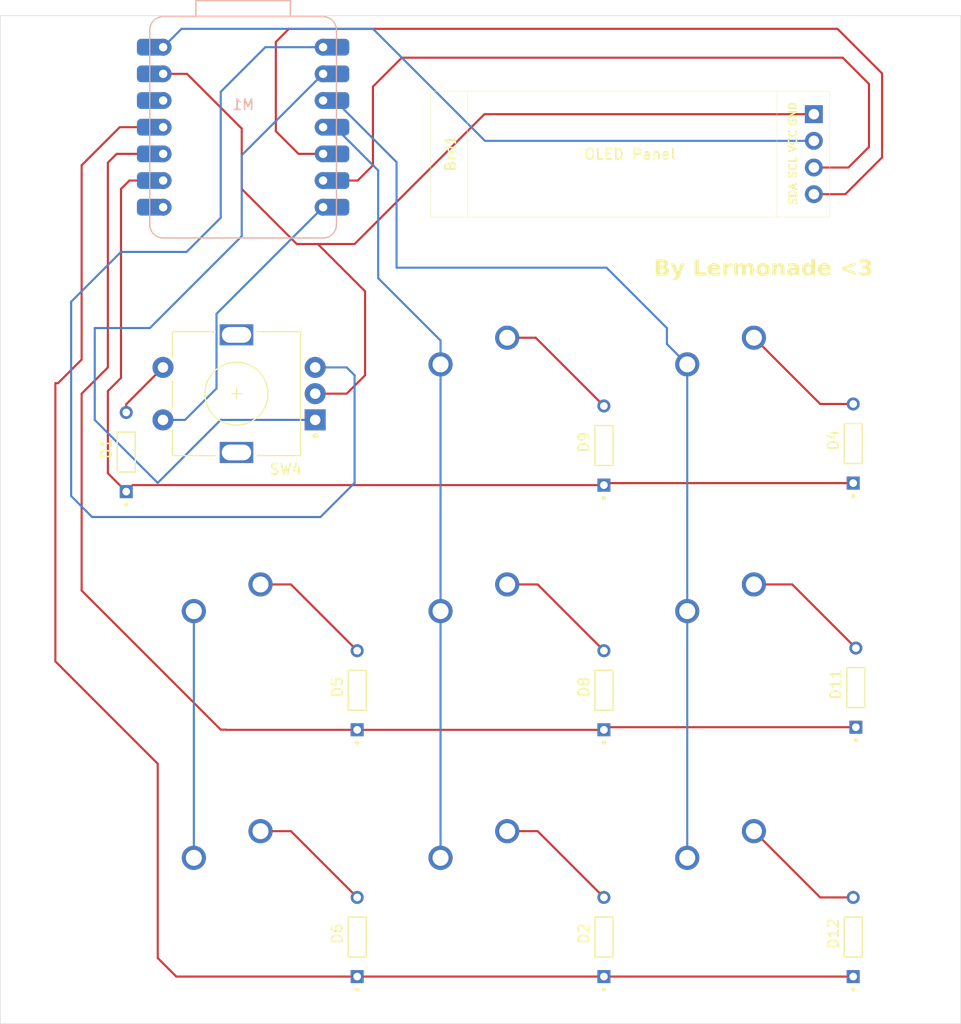
<source format=kicad_pcb>
(kicad_pcb (version 20240108) (generator "pcbnew") (generator_version "8.0")
  (layers (0 "F.Cu" signal) (31 "B.Cu" signal) (34 "B.Paste" user) (35 "F.Paste" user) (36 "B.SilkS" user "B.Silkscreen") (37 "F.SilkS" user "F.Silkscreen") (38 "B.Mask" user) (39 "F.Mask" user) (44 "Edge.Cuts" user))
  (net 0 "")
  (net 1 "Col1")
  (net 2 "GND")
  (net 3 "Row2")
  (net 5 "Col2")
  (net 6 "Col0")
  (net 7 "Row0")
  (net 8 "Row1")
  (net 9 "Encoder1")
  (net 10 "Encoder2")
  (net 11 "Net-(D6-A)")
  (net 12 "Net-(D9-A)")
  (net 13 "Net-(D8-A)")
  (net 14 "Net-(D2-A)")
  (net 15 "Net-(D11-A)")
  (net 16 "Net-(Brd1-SCL)")
  (net 17 "Net-(Brd1-SDA)")
  (net 18 "Net-(Brd1-VCC)")
  (net 19 "Net-(D5-A)")
  (net 20 "Net-(D1-A)")
  (net 21 "Net-(D4-A)")
  (net 22 "Net-(D12-A)")
  (footprint "CustomParts:1N4148" (layer "F.Cu") (at 110.75 82 90)
    (property "Reference" "D4" (at 0.3175 -1.905 90) (layer "F.SilkS"))
    (property "Value" "D")
    (fp_line (start 1.9025 -0.86) (end 1.9025 0.86) (stroke (width 0.127)) (layer "F.SilkS"))
    (fp_line (start -1.9025 -0.86) (end 1.9025 -0.86) (stroke (width 0.127)) (layer "F.SilkS"))
    (fp_line (start 1.9025 0.86) (end -1.9025 0.86) (stroke (width 0.127)) (layer "F.SilkS"))
    (fp_line (start -1.9025 0.86) (end -1.9025 -0.86) (stroke (width 0.127)) (layer "F.SilkS"))
    (fp_circle (center -5 0) (end -4.9 0) (stroke (width 0.2)) (fill none) (layer "F.SilkS"))
    (pad "1" thru_hole rect (at -3.7685 0 90) (size 1.238 1.238) (drill 0.73) (layers "*.Cu" "*.Mask") (net 7 "Row0"))
    (pad "2" thru_hole circle (at 3.7685 0 90) (size 1.238 1.238) (drill 0.73) (layers "*.Cu" "*.Mask") (net 21 "Net-(D4-A)"))
  )
  (footprint "CustomParts:MX-Solderable-1U" (layer "F.Cu") (at 51.75 100.5)
    (property "Reference" "SW1")
    (property "Value" "SW_Push_45deg")
    (pad "" np_thru_hole circle (at -5.08 0 48.099) (size 1.7018 1.7018) (drill 1.7018) (layers "F&B.Cu" "*.Mask"))
    (pad "" np_thru_hole circle (at 0 0) (size 3.9878 3.9878) (drill 3.9878) (layers "*.Cu" "*.Mask"))
    (pad "" np_thru_hole circle (at 5.08 0 48.099) (size 1.7018 1.7018) (drill 1.7018) (layers "F&B.Cu" "*.Mask"))
    (pad "1" thru_hole circle (at -3.81 -2.54) (size 2.3 2.3) (drill 1.524) (layers "*.Cu" "B.Mask") (net 6 "Col0"))
    (pad "2" thru_hole circle (at 2.54 -5.08) (size 2.3 2.3) (drill 1.524) (layers "*.Cu" "B.Mask") (net 19 "Net-(D5-A)"))
  )
  (footprint "CustomParts:MX-Solderable-1U" (layer "F.Cu") (at 75.25 100.5)
    (property "Reference" "SW6")
    (property "Value" "SW_Push_45deg")
    (pad "" np_thru_hole circle (at -5.08 0 48.099) (size 1.7018 1.7018) (drill 1.7018) (layers "F&B.Cu" "*.Mask"))
    (pad "" np_thru_hole circle (at 0 0) (size 3.9878 3.9878) (drill 3.9878) (layers "*.Cu" "*.Mask"))
    (pad "" np_thru_hole circle (at 5.08 0 48.099) (size 1.7018 1.7018) (drill 1.7018) (layers "F&B.Cu" "*.Mask"))
    (pad "1" thru_hole circle (at -3.81 -2.54) (size 2.3 2.3) (drill 1.524) (layers "*.Cu" "B.Mask") (net 1 "Col1"))
    (pad "2" thru_hole circle (at 2.54 -5.08) (size 2.3 2.3) (drill 1.524) (layers "*.Cu" "B.Mask") (net 13 "Net-(D8-A)"))
  )
  (footprint "CustomParts:MX-Solderable-1U" (layer "F.Cu") (at 98.75 77)
    (property "Reference" "SW9")
    (property "Value" "SW_Push_45deg")
    (pad "" np_thru_hole circle (at -5.08 0 48.099) (size 1.7018 1.7018) (drill 1.7018) (layers "F&B.Cu" "*.Mask"))
    (pad "" np_thru_hole circle (at 0 0) (size 3.9878 3.9878) (drill 3.9878) (layers "*.Cu" "*.Mask"))
    (pad "" np_thru_hole circle (at 5.08 0 48.099) (size 1.7018 1.7018) (drill 1.7018) (layers "F&B.Cu" "*.Mask"))
    (pad "1" thru_hole circle (at -3.81 -2.54) (size 2.3 2.3) (drill 1.524) (layers "*.Cu" "B.Mask") (net 5 "Col2"))
    (pad "2" thru_hole circle (at 2.54 -5.08) (size 2.3 2.3) (drill 1.524) (layers "*.Cu" "B.Mask") (net 21 "Net-(D4-A)"))
  )
  (footprint "Rotary_Encoder:RotaryEncoder_Alps_EC11E-Switch_Vertical_H20mm" (layer "F.Cu") (at 59.5 79.75 180)
    (property "Reference" "SW4" (at 2.8 -4.7 0) (layer "F.SilkS"))
    (property "Value" "RotaryEncoder_Switch")
    (fp_line (start 13.6 8.4) (end 9.5 8.4) (stroke (width 0.12)) (layer "F.SilkS"))
    (fp_line (start 13.6 6) (end 13.6 8.4) (stroke (width 0.12)) (layer "F.SilkS"))
    (fp_line (start 13.6 1.2) (end 13.6 3.8) (stroke (width 0.12)) (layer "F.SilkS"))
    (fp_line (start 13.6 -3.4) (end 13.6 -1) (stroke (width 0.12)) (layer "F.SilkS"))
    (fp_line (start 9.5 -3.4) (end 13.6 -3.4) (stroke (width 0.12)) (layer "F.SilkS"))
    (fp_line (start 7.5 2) (end 7.5 3) (stroke (width 0.12)) (layer "F.SilkS"))
    (fp_line (start 7 2.5) (end 8 2.5) (stroke (width 0.12)) (layer "F.SilkS"))
    (fp_line (start 5.5 8.4) (end 1.4 8.4) (stroke (width 0.12)) (layer "F.SilkS"))
    (fp_line (start 5.5 -3.4) (end 1.4 -3.4) (stroke (width 0.12)) (layer "F.SilkS"))
    (fp_line (start 1.4 -3.4) (end 1.4 8.4) (stroke (width 0.12)) (layer "F.SilkS"))
    (fp_line (start 0.3 -1.6) (end 0 -1.3) (stroke (width 0.12)) (layer "F.SilkS"))
    (fp_line (start 0 -1.3) (end -0.3 -1.6) (stroke (width 0.12)) (layer "F.SilkS"))
    (fp_line (start -0.3 -1.6) (end 0.3 -1.6) (stroke (width 0.12)) (layer "F.SilkS"))
    (fp_circle (center 7.5 2.5) (end 10.5 2.5) (stroke (width 0.12)) (fill none) (layer "F.SilkS"))
    (pad "A" thru_hole rect (at 0 0 180) (size 2 2) (drill 1) (layers "*.Cu" "*.Mask") (net 10 "Encoder2"))
    (pad "B" thru_hole circle (at 0 5 180) (size 2 2) (drill 1) (layers "*.Cu" "*.Mask") (net 9 "Encoder1"))
    (pad "C" thru_hole circle (at 0 2.5 180) (size 2 2) (drill 1) (layers "*.Cu" "*.Mask") (net 2 "GND"))
    (pad "MP" thru_hole rect (at 7.5 -3.1 180) (size 3.2 2) (drill oval 2.8 1.5) (layers "*.Cu" "*.Mask"))
    (pad "MP" thru_hole rect (at 7.5 8.1 180) (size 3.2 2) (drill oval 2.8 1.5) (layers "*.Cu" "*.Mask"))
    (pad "S1" thru_hole circle (at 14.5 5 180) (size 2 2) (drill 1) (layers "*.Cu" "*.Mask") (net 20 "Net-(D1-A)"))
    (pad "S2" thru_hole circle (at 14.5 0 180) (size 2 2) (drill 1) (layers "*.Cu" "*.Mask") (net 6 "Col0"))
  )
  (footprint "CustomParts:MX-Solderable-1U" (layer "F.Cu") (at 98.75 124)
    (property "Reference" "SW11")
    (property "Value" "SW_Push_45deg")
    (pad "" np_thru_hole circle (at -5.08 0 48.099) (size 1.7018 1.7018) (drill 1.7018) (layers "F&B.Cu" "*.Mask"))
    (pad "" np_thru_hole circle (at 0 0) (size 3.9878 3.9878) (drill 3.9878) (layers "*.Cu" "*.Mask"))
    (pad "" np_thru_hole circle (at 5.08 0 48.099) (size 1.7018 1.7018) (drill 1.7018) (layers "F&B.Cu" "*.Mask"))
    (pad "1" thru_hole circle (at -3.81 -2.54) (size 2.3 2.3) (drill 1.524) (layers "*.Cu" "B.Mask") (net 5 "Col2"))
    (pad "2" thru_hole circle (at 2.54 -5.08) (size 2.3 2.3) (drill 1.524) (layers "*.Cu" "B.Mask") (net 22 "Net-(D12-A)"))
  )
  (footprint "CustomParts:1N4148" (layer "F.Cu") (at 87 129 90)
    (property "Reference" "D2" (at 0.3175 -1.905 90) (layer "F.SilkS"))
    (property "Value" "D")
    (fp_line (start 1.9025 -0.86) (end 1.9025 0.86) (stroke (width 0.127)) (layer "F.SilkS"))
    (fp_line (start -1.9025 -0.86) (end 1.9025 -0.86) (stroke (width 0.127)) (layer "F.SilkS"))
    (fp_line (start 1.9025 0.86) (end -1.9025 0.86) (stroke (width 0.127)) (layer "F.SilkS"))
    (fp_line (start -1.9025 0.86) (end -1.9025 -0.86) (stroke (width 0.127)) (layer "F.SilkS"))
    (fp_circle (center -5 0) (end -4.9 0) (stroke (width 0.2)) (fill none) (layer "F.SilkS"))
    (pad "1" thru_hole rect (at -3.7685 0 90) (size 1.238 1.238) (drill 0.73) (layers "*.Cu" "*.Mask") (net 3 "Row2"))
    (pad "2" thru_hole circle (at 3.7685 0 90) (size 1.238 1.238) (drill 0.73) (layers "*.Cu" "*.Mask") (net 14 "Net-(D2-A)"))
  )
  (footprint "CustomParts:1N4148" (layer "F.Cu") (at 63.5 129 90)
    (property "Reference" "D6" (at 0.3175 -1.905 90) (layer "F.SilkS"))
    (property "Value" "D")
    (fp_line (start 1.9025 -0.86) (end 1.9025 0.86) (stroke (width 0.127)) (layer "F.SilkS"))
    (fp_line (start -1.9025 -0.86) (end 1.9025 -0.86) (stroke (width 0.127)) (layer "F.SilkS"))
    (fp_line (start 1.9025 0.86) (end -1.9025 0.86) (stroke (width 0.127)) (layer "F.SilkS"))
    (fp_line (start -1.9025 0.86) (end -1.9025 -0.86) (stroke (width 0.127)) (layer "F.SilkS"))
    (fp_circle (center -5 0) (end -4.9 0) (stroke (width 0.2)) (fill none) (layer "F.SilkS"))
    (pad "1" thru_hole rect (at -3.7685 0 90) (size 1.238 1.238) (drill 0.73) (layers "*.Cu" "*.Mask") (net 3 "Row2"))
    (pad "2" thru_hole circle (at 3.7685 0 90) (size 1.238 1.238) (drill 0.73) (layers "*.Cu" "*.Mask") (net 11 "Net-(D6-A)"))
  )
  (footprint "CustomParts:MX-Solderable-1U" (layer "F.Cu") (at 98.75 100.5)
    (property "Reference" "SW10")
    (property "Value" "SW_Push_45deg")
    (pad "" np_thru_hole circle (at -5.08 0 48.099) (size 1.7018 1.7018) (drill 1.7018) (layers "F&B.Cu" "*.Mask"))
    (pad "" np_thru_hole circle (at 0 0) (size 3.9878 3.9878) (drill 3.9878) (layers "*.Cu" "*.Mask"))
    (pad "" np_thru_hole circle (at 5.08 0 48.099) (size 1.7018 1.7018) (drill 1.7018) (layers "F&B.Cu" "*.Mask"))
    (pad "1" thru_hole circle (at -3.81 -2.54) (size 2.3 2.3) (drill 1.524) (layers "*.Cu" "B.Mask") (net 5 "Col2"))
    (pad "2" thru_hole circle (at 2.54 -5.08) (size 2.3 2.3) (drill 1.524) (layers "*.Cu" "B.Mask") (net 15 "Net-(D11-A)"))
  )
  (footprint "CustomParts:1N4148" (layer "F.Cu") (at 111 105.25 90)
    (property "Reference" "D11" (at 0.3175 -1.905 90) (layer "F.SilkS"))
    (property "Value" "D")
    (fp_line (start 1.9025 -0.86) (end 1.9025 0.86) (stroke (width 0.127)) (layer "F.SilkS"))
    (fp_line (start -1.9025 -0.86) (end 1.9025 -0.86) (stroke (width 0.127)) (layer "F.SilkS"))
    (fp_line (start 1.9025 0.86) (end -1.9025 0.86) (stroke (width 0.127)) (layer "F.SilkS"))
    (fp_line (start -1.9025 0.86) (end -1.9025 -0.86) (stroke (width 0.127)) (layer "F.SilkS"))
    (fp_circle (center -5 0) (end -4.9 0) (stroke (width 0.2)) (fill none) (layer "F.SilkS"))
    (pad "1" thru_hole rect (at -3.7685 0 90) (size 1.238 1.238) (drill 0.73) (layers "*.Cu" "*.Mask") (net 8 "Row1"))
    (pad "2" thru_hole circle (at 3.7685 0 90) (size 1.238 1.238) (drill 0.73) (layers "*.Cu" "*.Mask") (net 15 "Net-(D11-A)"))
  )
  (footprint "CustomParts:1N4148" (layer "F.Cu") (at 87 82.19 90)
    (property "Reference" "D9" (at 0.3175 -1.905 90) (layer "F.SilkS"))
    (property "Value" "D")
    (fp_line (start 1.9025 -0.86) (end 1.9025 0.86) (stroke (width 0.127)) (layer "F.SilkS"))
    (fp_line (start -1.9025 -0.86) (end 1.9025 -0.86) (stroke (width 0.127)) (layer "F.SilkS"))
    (fp_line (start 1.9025 0.86) (end -1.9025 0.86) (stroke (width 0.127)) (layer "F.SilkS"))
    (fp_line (start -1.9025 0.86) (end -1.9025 -0.86) (stroke (width 0.127)) (layer "F.SilkS"))
    (fp_circle (center -5 0) (end -4.9 0) (stroke (width 0.2)) (fill none) (layer "F.SilkS"))
    (pad "1" thru_hole rect (at -3.7685 0 90) (size 1.238 1.238) (drill 0.73) (layers "*.Cu" "*.Mask") (net 7 "Row0"))
    (pad "2" thru_hole circle (at 3.7685 0 90) (size 1.238 1.238) (drill 0.73) (layers "*.Cu" "*.Mask") (net 12 "Net-(D9-A)"))
  )
  (footprint "CustomParts:1N4148" (layer "F.Cu") (at 110.75 129 90)
    (property "Reference" "D12" (at 0.3175 -1.905 90) (layer "F.SilkS"))
    (property "Value" "D")
    (fp_line (start 1.9025 -0.86) (end 1.9025 0.86) (stroke (width 0.127)) (layer "F.SilkS"))
    (fp_line (start -1.9025 -0.86) (end 1.9025 -0.86) (stroke (width 0.127)) (layer "F.SilkS"))
    (fp_line (start 1.9025 0.86) (end -1.9025 0.86) (stroke (width 0.127)) (layer "F.SilkS"))
    (fp_line (start -1.9025 0.86) (end -1.9025 -0.86) (stroke (width 0.127)) (layer "F.SilkS"))
    (fp_circle (center -5 0) (end -4.9 0) (stroke (width 0.2)) (fill none) (layer "F.SilkS"))
    (pad "1" thru_hole rect (at -3.7685 0 90) (size 1.238 1.238) (drill 0.73) (layers "*.Cu" "*.Mask") (net 3 "Row2"))
    (pad "2" thru_hole circle (at 3.7685 0 90) (size 1.238 1.238) (drill 0.73) (layers "*.Cu" "*.Mask") (net 22 "Net-(D12-A)"))
  )
  (footprint "CustomParts:1N4148" (layer "F.Cu") (at 41.5 82.81 90)
    (property "Reference" "D1" (at 0.3175 -1.905 90) (layer "F.SilkS"))
    (property "Value" "D")
    (fp_line (start 1.9025 -0.86) (end 1.9025 0.86) (stroke (width 0.127)) (layer "F.SilkS"))
    (fp_line (start -1.9025 -0.86) (end 1.9025 -0.86) (stroke (width 0.127)) (layer "F.SilkS"))
    (fp_line (start 1.9025 0.86) (end -1.9025 0.86) (stroke (width 0.127)) (layer "F.SilkS"))
    (fp_line (start -1.9025 0.86) (end -1.9025 -0.86) (stroke (width 0.127)) (layer "F.SilkS"))
    (fp_circle (center -5 0) (end -4.9 0) (stroke (width 0.2)) (fill none) (layer "F.SilkS"))
    (pad "1" thru_hole rect (at -3.7685 0 90) (size 1.238 1.238) (drill 0.73) (layers "*.Cu" "*.Mask") (net 7 "Row0"))
    (pad "2" thru_hole circle (at 3.7685 0 90) (size 1.238 1.238) (drill 0.73) (layers "*.Cu" "*.Mask") (net 20 "Net-(D1-A)"))
  )
  (footprint "CustomParts:MX-Solderable-1U" (layer "F.Cu") (at 75.25 124)
    (property "Reference" "SW7")
    (property "Value" "SW_Push_45deg")
    (pad "" np_thru_hole circle (at -5.08 0 48.099) (size 1.7018 1.7018) (drill 1.7018) (layers "F&B.Cu" "*.Mask"))
    (pad "" np_thru_hole circle (at 0 0) (size 3.9878 3.9878) (drill 3.9878) (layers "*.Cu" "*.Mask"))
    (pad "" np_thru_hole circle (at 5.08 0 48.099) (size 1.7018 1.7018) (drill 1.7018) (layers "F&B.Cu" "*.Mask"))
    (pad "1" thru_hole circle (at -3.81 -2.54) (size 2.3 2.3) (drill 1.524) (layers "*.Cu" "B.Mask") (net 1 "Col1"))
    (pad "2" thru_hole circle (at 2.54 -5.08) (size 2.3 2.3) (drill 1.524) (layers "*.Cu" "B.Mask") (net 14 "Net-(D2-A)"))
  )
  (footprint "CustomParts:1N4148" (layer "F.Cu") (at 63.5 105.5 90)
    (property "Reference" "D5" (at 0.3175 -1.905 90) (layer "F.SilkS"))
    (property "Value" "D")
    (fp_line (start 1.9025 -0.86) (end 1.9025 0.86) (stroke (width 0.127)) (layer "F.SilkS"))
    (fp_line (start -1.9025 -0.86) (end 1.9025 -0.86) (stroke (width 0.127)) (layer "F.SilkS"))
    (fp_line (start 1.9025 0.86) (end -1.9025 0.86) (stroke (width 0.127)) (layer "F.SilkS"))
    (fp_line (start -1.9025 0.86) (end -1.9025 -0.86) (stroke (width 0.127)) (layer "F.SilkS"))
    (fp_circle (center -5 0) (end -4.9 0) (stroke (width 0.2)) (fill none) (layer "F.SilkS"))
    (pad "1" thru_hole rect (at -3.7685 0 90) (size 1.238 1.238) (drill 0.73) (layers "*.Cu" "*.Mask") (net 8 "Row1"))
    (pad "2" thru_hole circle (at 3.7685 0 90) (size 1.238 1.238) (drill 0.73) (layers "*.Cu" "*.Mask") (net 19 "Net-(D5-A)"))
  )
  (footprint "CustomParts:SSD1306-0.91-OLED-4pin-128x32" (layer "F.Cu") (at 70.5 48.44)
    (property "Reference" "Brd1" (at 1.9 5.91 90) (layer "F.SilkS"))
    (property "Value" "SSD1306")
    (fp_line (start 0 0) (end 0 12) (stroke (width 0.04)) (layer "F.SilkS"))
    (fp_line (start 0 12) (end 38 12) (stroke (width 0.04)) (layer "F.SilkS"))
    (fp_line (start 3.5 0) (end 3.5 12) (stroke (width 0.04)) (layer "F.SilkS"))
    (fp_line (start 33 0) (end 33 12) (stroke (width 0.04)) (layer "F.SilkS"))
    (fp_line (start 38 0) (end 0 0) (stroke (width 0.04)) (layer "F.SilkS"))
    (fp_line (start 38 12) (end 38 0) (stroke (width 0.04)) (layer "F.SilkS"))
    (fp_text user "GND" (at 34.5 2.19 -90) (layer "F.SilkS") (effects (font (size 0.75 0.75))))
    (fp_text user "SCL" (at 34.5 7.27 -90) (layer "F.SilkS") (effects (font (size 0.75 0.75))))
    (fp_text user "VCC" (at 34.5 4.73 -90) (layer "F.SilkS") (effects (font (size 0.75 0.75))))
    (fp_text user "OLED Panel" (at 19 6 0) (layer "F.SilkS"))
    (fp_text user "SDA" (at 34.5 9.81 -90) (layer "F.SilkS") (effects (font (size 0.75 0.75))))
    (pad "1" thru_hole rect (at 36.5 2.19) (size 1.7 1.7) (drill 1) (layers "*.Cu" "*.Mask") (net 2 "GND"))
    (pad "2" thru_hole oval (at 36.5 4.73) (size 1.7 1.7) (drill 1) (layers "*.Cu" "*.Mask") (net 18 "Net-(Brd1-VCC)"))
    (pad "3" thru_hole oval (at 36.5 7.27) (size 1.7 1.7) (drill 1) (layers "*.Cu" "*.Mask") (net 16 "Net-(Brd1-SCL)"))
    (pad "4" thru_hole oval (at 36.5 9.81) (size 1.7 1.7) (drill 1) (layers "*.Cu" "*.Mask") (net 17 "Net-(Brd1-SDA)"))
  )
  (footprint "CustomParts:1N4148" (layer "F.Cu") (at 87 105.5 90)
    (property "Reference" "D8" (at 0.3175 -1.905 90) (layer "F.SilkS"))
    (property "Value" "D")
    (fp_line (start 1.9025 -0.86) (end 1.9025 0.86) (stroke (width 0.127)) (layer "F.SilkS"))
    (fp_line (start -1.9025 -0.86) (end 1.9025 -0.86) (stroke (width 0.127)) (layer "F.SilkS"))
    (fp_line (start 1.9025 0.86) (end -1.9025 0.86) (stroke (width 0.127)) (layer "F.SilkS"))
    (fp_line (start -1.9025 0.86) (end -1.9025 -0.86) (stroke (width 0.127)) (layer "F.SilkS"))
    (fp_circle (center -5 0) (end -4.9 0) (stroke (width 0.2)) (fill none) (layer "F.SilkS"))
    (pad "1" thru_hole rect (at -3.7685 0 90) (size 1.238 1.238) (drill 0.73) (layers "*.Cu" "*.Mask") (net 8 "Row1"))
    (pad "2" thru_hole circle (at 3.7685 0 90) (size 1.238 1.238) (drill 0.73) (layers "*.Cu" "*.Mask") (net 13 "Net-(D8-A)"))
  )
  (footprint "CustomParts:MX-Solderable-1U" (layer "F.Cu") (at 51.75 124)
    (property "Reference" "SW2")
    (property "Value" "SW_Push_45deg")
    (pad "" np_thru_hole circle (at -5.08 0 48.099) (size 1.7018 1.7018) (drill 1.7018) (layers "F&B.Cu" "*.Mask"))
    (pad "" np_thru_hole circle (at 0 0) (size 3.9878 3.9878) (drill 3.9878) (layers "*.Cu" "*.Mask"))
    (pad "" np_thru_hole circle (at 5.08 0 48.099) (size 1.7018 1.7018) (drill 1.7018) (layers "F&B.Cu" "*.Mask"))
    (pad "1" thru_hole circle (at -3.81 -2.54) (size 2.3 2.3) (drill 1.524) (layers "*.Cu" "B.Mask") (net 6 "Col0"))
    (pad "2" thru_hole circle (at 2.54 -5.08) (size 2.3 2.3) (drill 1.524) (layers "*.Cu" "B.Mask") (net 11 "Net-(D6-A)"))
  )
  (footprint "CustomParts:MX-Solderable-1U" (layer "F.Cu") (at 75.25 77)
    (property "Reference" "SW5")
    (property "Value" "SW_Push_45deg")
    (pad "" np_thru_hole circle (at -5.08 0 48.099) (size 1.7018 1.7018) (drill 1.7018) (layers "F&B.Cu" "*.Mask"))
    (pad "" np_thru_hole circle (at 0 0) (size 3.9878 3.9878) (drill 3.9878) (layers "*.Cu" "*.Mask"))
    (pad "" np_thru_hole circle (at 5.08 0 48.099) (size 1.7018 1.7018) (drill 1.7018) (layers "F&B.Cu" "*.Mask"))
    (pad "1" thru_hole circle (at -3.81 -2.54) (size 2.3 2.3) (drill 1.524) (layers "*.Cu" "B.Mask") (net 1 "Col1"))
    (pad "2" thru_hole circle (at 2.54 -5.08) (size 2.3 2.3) (drill 1.524) (layers "*.Cu" "B.Mask") (net 12 "Net-(D9-A)"))
  )
  (footprint "CustomParts:XIAO-RP2040" (layer "B.Cu") (at 61.5225 62.421 180)
    (property "Reference" "M1" (at 8.89 12.7 0) (layer "B.SilkS") (effects (justify mirror)))
    (property "Value" "XIAO-RP2040")
    (fp_line (start 17.78 1.27) (end 17.78 19.812) (stroke (width 0.12)) (layer "B.SilkS"))
    (fp_line (start 16.51 21.082) (end 1.27 21.082) (stroke (width 0.12)) (layer "B.SilkS"))
    (fp_line (start 1.27 0) (end 16.51 0) (stroke (width 0.12)) (layer "B.SilkS"))
    (fp_line (start 0 19.812) (end 0 1.27) (stroke (width 0.12)) (layer "B.SilkS"))
    (fp_rect (start 4.39 21.082) (end 13.39 22.606) (stroke (width 0.12)) (fill none) (layer "B.SilkS"))
    (fp_arc (start 17.78 19.812) (mid 17.408026 20.710026) (end 16.51 21.082) (stroke (width 0.12)) (layer "B.SilkS"))
    (fp_arc (start 16.51 0) (mid 17.408026 0.371974) (end 17.78 1.27) (stroke (width 0.12)) (layer "B.SilkS"))
    (fp_arc (start 1.27 21.082) (mid 0.371974 20.710026) (end 0 19.812) (stroke (width 0.12)) (layer "B.SilkS"))
    (fp_arc (start 0 1.27) (mid 0.371974 0.371974) (end 1.27 0) (stroke (width 0.12)) (layer "B.SilkS"))
    (pad "1" thru_hole circle (at 1.2725 18.171 180) (size 1.6 1.6) (drill 0.8) (layers "*.Cu" "*.Mask") (net 9 "Encoder1"))
    (pad "1" smd roundrect (at 1.2725 18.171 180) (size 3 1.6) (drill (offset -1 0)) (layers "B.Cu" "B.Paste" "B.Mask") (net 9 "Encoder1"))
    (pad "2" thru_hole circle (at 1.2725 15.631 180) (size 1.6 1.6) (drill 0.8) (layers "*.Cu" "*.Mask") (net 10 "Encoder2"))
    (pad "2" smd roundrect (at 1.2725 15.631 180) (size 3 1.6) (drill (offset -1 0)) (layers "B.Cu" "B.Paste" "B.Mask") (net 10 "Encoder2"))
    (pad "3" thru_hole circle (at 1.2725 13.091 180) (size 1.6 1.6) (drill 0.8) (layers "*.Cu" "*.Mask") (net 5 "Col2"))
    (pad "3" smd roundrect (at 1.2725 13.091 180) (size 3 1.6) (drill (offset -1 0)) (layers "B.Cu" "B.Paste" "B.Mask") (net 5 "Col2"))
    (pad "4" thru_hole circle (at 1.2725 10.551 180) (size 1.6 1.6) (drill 0.8) (layers "*.Cu" "*.Mask") (net 1 "Col1"))
    (pad "4" smd roundrect (at 1.2725 10.551 180) (size 3 1.6) (drill (offset -1 0)) (layers "B.Cu" "B.Paste" "B.Mask") (net 1 "Col1"))
    (pad "5" thru_hole circle (at 1.2725 8.011 180) (size 1.6 1.6) (drill 0.8) (layers "*.Cu" "*.Mask") (net 17 "Net-(Brd1-SDA)"))
    (pad "5" smd roundrect (at 1.2725 8.011 180) (size 3 1.6) (drill (offset -1 0)) (layers "B.Cu" "B.Paste" "B.Mask") (net 17 "Net-(Brd1-SDA)"))
    (pad "6" thru_hole circle (at 1.2725 5.471 180) (size 1.6 1.6) (drill 0.8) (layers "*.Cu" "*.Mask") (net 16 "Net-(Brd1-SCL)"))
    (pad "6" smd roundrect (at 1.2725 5.471 180) (size 3 1.6) (drill (offset -1 0)) (layers "B.Cu" "B.Paste" "B.Mask") (net 16 "Net-(Brd1-SCL)"))
    (pad "7" thru_hole circle (at 1.2725 2.931 180) (size 1.6 1.6) (drill 0.8) (layers "*.Cu" "*.Mask") (net 6 "Col0"))
    (pad "7" smd roundrect (at 1.2725 2.931 180) (size 3 1.6) (drill (offset -1 0)) (layers "B.Cu" "B.Paste" "B.Mask") (net 6 "Col0"))
    (pad "8" thru_hole circle (at 16.5075 2.931 180) (size 1.6 1.6) (drill 0.8) (layers "*.Cu" "*.Mask"))
    (pad "8" smd roundrect (at 16.5075 2.931 180) (size 3 1.6) (drill (offset 1 0)) (layers "B.Cu" "B.Paste" "B.Mask"))
    (pad "9" thru_hole circle (at 16.5075 5.471 180) (size 1.6 1.6) (drill 0.8) (layers "*.Cu" "*.Mask") (net 7 "Row0"))
    (pad "9" smd roundrect (at 16.5075 5.471 180) (size 3 1.6) (drill (offset 1 0)) (layers "B.Cu" "B.Paste" "B.Mask") (net 7 "Row0"))
    (pad "10" thru_hole circle (at 16.5075 8.011 180) (size 1.6 1.6) (drill 0.8) (layers "*.Cu" "*.Mask") (net 8 "Row1"))
    (pad "10" smd roundrect (at 16.5075 8.011 180) (size 3 1.6) (drill (offset 1 0)) (layers "B.Cu" "B.Paste" "B.Mask") (net 8 "Row1"))
    (pad "11" thru_hole circle (at 16.5075 10.551 180) (size 1.6 1.6) (drill 0.8) (layers "*.Cu" "*.Mask") (net 3 "Row2"))
    (pad "11" smd roundrect (at 16.5075 10.551 180) (size 3 1.6) (drill (offset 1 0)) (layers "B.Cu" "B.Paste" "B.Mask") (net 3 "Row2"))
    (pad "12" thru_hole circle (at 16.5075 13.091 180) (size 1.6 1.6) (drill 0.8) (layers "*.Cu" "*.Mask"))
    (pad "12" smd roundrect (at 16.5075 13.091 180) (size 3 1.6) (drill (offset 1 0)) (layers "B.Cu" "B.Paste" "B.Mask"))
    (pad "13" thru_hole circle (at 16.5075 15.631 180) (size 1.6 1.6) (drill 0.8) (layers "*.Cu" "*.Mask") (net 2 "GND"))
    (pad "13" smd roundrect (at 16.5075 15.631 180) (size 3 1.6) (drill (offset 1 0)) (layers "B.Cu" "B.Paste" "B.Mask") (net 2 "GND"))
    (pad "14" thru_hole circle (at 16.5075 18.171 180) (size 1.6 1.6) (drill 0.8) (layers "*.Cu" "*.Mask") (net 18 "Net-(Brd1-VCC)"))
    (pad "14" smd roundrect (at 16.5075 18.171 180) (size 3 1.6) (drill (offset 1 0)) (layers "B.Cu" "B.Paste" "B.Mask") (net 18 "Net-(Brd1-VCC)"))
  )
  (gr_rect (start 29.5 41.25) (end 121 137.25) (stroke (width 0.05)) (fill none) (layer "Edge.Cuts"))
  (gr_text "By Lermonade <3" (at 91.75 66.25 0) (layer "F.SilkS") (effects (font (size 1.5 1.5) (thickness 0.3) (bold yes)) (justify left bottom)))
  (segment (start 71.44 121.46) (end 71.44 97.96) (width 0.2) (layer "B.Cu") (net 1))
  (segment (start 65.5 66.25) (end 65.5 55.98863) (width 0.2) (layer "B.Cu") (net 1))
  (segment (start 61.38137 51.87) (end 60.25 51.87) (width 0.2) (layer "B.Cu") (net 1))
  (segment (start 71.44 72.19) (end 65.5 66.25) (width 0.2) (layer "B.Cu") (net 1))
  (segment (start 65.5 55.98863) (end 61.38137 51.87) (width 0.2) (layer "B.Cu") (net 1))
  (segment (start 71.44 97.96) (end 71.44 74.46) (width 0.2) (layer "B.Cu") (net 1))
  (segment (start 71.44 74.46) (end 71.44 72.19) (width 0.2) (layer "B.Cu") (net 1))
  (segment (start 47.29 46.79) (end 45.015 46.79) (width 0.2) (layer "F.Cu") (net 2))
  (segment (start 107 50.63) (end 75.62 50.63) (width 0.2) (layer "F.Cu") (net 2))
  (segment (start 59.75 63) (end 57.75 63) (width 0.2) (layer "F.Cu") (net 2))
  (segment (start 59.5 77.25) (end 62.5 77.25) (width 0.2) (layer "F.Cu") (net 2))
  (segment (start 75.62 50.63) (end 63.25 63) (width 0.2) (layer "F.Cu") (net 2))
  (segment (start 57.75 63) (end 52.5 57.75) (width 0.2) (layer "F.Cu") (net 2))
  (segment (start 64.25 67.5) (end 59.75 63) (width 0.2) (layer "F.Cu") (net 2))
  (segment (start 62.5 77.25) (end 64.25 75.5) (width 0.2) (layer "F.Cu") (net 2))
  (segment (start 106.75 50.67) (end 106.75 50.75) (width 0.2) (layer "F.Cu") (net 2))
  (segment (start 63.25 63) (end 59.75 63) (width 0.2) (layer "F.Cu") (net 2))
  (segment (start 52.5 52) (end 47.29 46.79) (width 0.2) (layer "F.Cu") (net 2))
  (segment (start 64.25 75.5) (end 64.25 67.5) (width 0.2) (layer "F.Cu") (net 2))
  (segment (start 52.5 57.75) (end 52.5 52) (width 0.2) (layer "F.Cu") (net 2))
  (segment (start 37.25 55.5) (end 37.25 74) (width 0.2) (layer "F.Cu") (net 3))
  (segment (start 44.5 112.5) (end 44.5 131) (width 0.2) (layer "F.Cu") (net 3))
  (segment (start 40.88 51.87) (end 37.25 55.5) (width 0.2) (layer "F.Cu") (net 3))
  (segment (start 35 76.25) (end 34.75 76.25) (width 0.2) (layer "F.Cu") (net 3))
  (segment (start 87 132.7685) (end 63.5 132.7685) (width 0.2) (layer "F.Cu") (net 3))
  (segment (start 37.25 74) (end 35 76.25) (width 0.2) (layer "F.Cu") (net 3))
  (segment (start 34.75 76.25) (end 34.75 102.75) (width 0.2) (layer "F.Cu") (net 3))
  (segment (start 44.5 131) (end 46.2685 132.7685) (width 0.2) (layer "F.Cu") (net 3))
  (segment (start 45.015 51.87) (end 40.88 51.87) (width 0.2) (layer "F.Cu") (net 3))
  (segment (start 110.75 132.7685) (end 87 132.7685) (width 0.2) (layer "F.Cu") (net 3))
  (segment (start 34.75 102.75) (end 44.5 112.5) (width 0.2) (layer "F.Cu") (net 3))
  (segment (start 46.2685 132.7685) (end 63.5 132.7685) (width 0.2) (layer "F.Cu") (net 3))
  (segment (start 44.265 52.265) (end 44.25 52.25) (width 0.2) (layer "B.Cu") (net 3))
  (segment (start 44.265 52.38) (end 44.265 52.265) (width 0.2) (layer "B.Cu") (net 3))
  (segment (start 61.38137 49.33) (end 67.25 55.19863) (width 0.2) (layer "B.Cu") (net 5))
  (segment (start 87.25 65.25) (end 93 71) (width 0.2) (layer "B.Cu") (net 5))
  (segment (start 67.25 65.25) (end 87.25 65.25) (width 0.2) (layer "B.Cu") (net 5))
  (segment (start 67.25 55.19863) (end 67.25 65.25) (width 0.2) (layer "B.Cu") (net 5))
  (segment (start 94.94 74.46) (end 94.94 97.96) (width 0.2) (layer "B.Cu") (net 5))
  (segment (start 93 72.52) (end 94.94 74.46) (width 0.2) (layer "B.Cu") (net 5))
  (segment (start 94.94 97.96) (end 94.94 121.46) (width 0.2) (layer "B.Cu") (net 5))
  (segment (start 60.25 49.33) (end 61.38137 49.33) (width 0.2) (layer "B.Cu") (net 5))
  (segment (start 93 71) (end 93 72.52) (width 0.2) (layer "B.Cu") (net 5))
  (segment (start 47.1 79.75) (end 45 79.75) (width 0.2) (layer "B.Cu") (net 6))
  (segment (start 60.25 59.49) (end 50.1 69.64) (width 0.2) (layer "B.Cu") (net 6))
  (segment (start 47.94 121.46) (end 47.94 97.96) (width 0.2) (layer "B.Cu") (net 6))
  (segment (start 50.1 69.64) (end 50.1 76.75) (width 0.2) (layer "B.Cu") (net 6))
  (segment (start 50.1 76.75) (end 47.1 79.75) (width 0.2) (layer "B.Cu") (net 6))
  (segment (start 41 75.75) (end 39.75 77) (width 0.2) (layer "F.Cu") (net 7))
  (segment (start 42.12 85.9585) (end 41.5 86.5785) (width 0.2) (layer "F.Cu") (net 7))
  (segment (start 39.75 84.8285) (end 41.5 86.5785) (width 0.2) (layer "F.Cu") (net 7))
  (segment (start 87 85.9585) (end 42.12 85.9585) (width 0.2) (layer "F.Cu") (net 7))
  (segment (start 41.8 56.95) (end 41 57.75) (width 0.2) (layer "F.Cu") (net 7))
  (segment (start 45.015 56.95) (end 41.8 56.95) (width 0.2) (layer "F.Cu") (net 7))
  (segment (start 41 57.75) (end 41 75.75) (width 0.2) (layer "F.Cu") (net 7))
  (segment (start 110.75 85.7685) (end 87.19 85.7685) (width 0.2) (layer "F.Cu") (net 7))
  (segment (start 87.19 85.7685) (end 87 85.9585) (width 0.2) (layer "F.Cu") (net 7))
  (segment (start 39.75 77) (end 39.75 84.8285) (width 0.2) (layer "F.Cu") (net 7))
  (segment (start 37.25 77.25) (end 37.25 96) (width 0.2) (layer "F.Cu") (net 8))
  (segment (start 87 109.2685) (end 63.5 109.2685) (width 0.2) (layer "F.Cu") (net 8))
  (segment (start 50.5 109.25) (end 51 109.25) (width 0.2) (layer "F.Cu") (net 8))
  (segment (start 111 109.0185) (end 87.25 109.0185) (width 0.2) (layer "F.Cu") (net 8))
  (segment (start 39.75 74.75) (end 37.25 77.25) (width 0.2) (layer "F.Cu") (net 8))
  (segment (start 51 109.25) (end 51.0185 109.2685) (width 0.2) (layer "F.Cu") (net 8))
  (segment (start 39.75 55.25) (end 39.75 74.75) (width 0.2) (layer "F.Cu") (net 8))
  (segment (start 51.0185 109.2685) (end 63.5 109.2685) (width 0.2) (layer "F.Cu") (net 8))
  (segment (start 87.25 109.0185) (end 87 109.2685) (width 0.2) (layer "F.Cu") (net 8))
  (segment (start 40.59 54.41) (end 39.75 55.25) (width 0.2) (layer "F.Cu") (net 8))
  (segment (start 45.015 54.41) (end 40.59 54.41) (width 0.2) (layer "F.Cu") (net 8))
  (segment (start 37.25 96) (end 50.5 109.25) (width 0.2) (layer "F.Cu") (net 8))
  (segment (start 59.75 74.75) (end 60 74.5) (width 0.2) (layer "F.Cu") (net 9))
  (segment (start 59.75 74.75) (end 59.875 74.625) (width 0.2) (layer "F.Cu") (net 9))
  (segment (start 59.5 74.75) (end 59.75 74.75) (width 0.2) (layer "F.Cu") (net 9))
  (segment (start 36.25 68.5) (end 41 63.75) (width 0.2) (layer "B.Cu") (net 9))
  (segment (start 47.25 63.75) (end 50.5 60.5) (width 0.2) (layer "B.Cu") (net 9))
  (segment (start 63.25 75.5) (end 63.25 85.75) (width 0.2) (layer "B.Cu") (net 9))
  (segment (start 38.25 89) (end 36.25 87) (width 0.2) (layer "B.Cu") (net 9))
  (segment (start 50.5 60.5) (end 50.5 48.5) (width 0.2) (layer "B.Cu") (net 9))
  (segment (start 54.75 44.25) (end 60.25 44.25) (width 0.2) (layer "B.Cu") (net 9))
  (segment (start 36.25 87) (end 36.25 68.5) (width 0.2) (layer "B.Cu") (net 9))
  (segment (start 62.5 74.75) (end 63.25 75.5) (width 0.2) (layer "B.Cu") (net 9))
  (segment (start 59.5 74.75) (end 62.5 74.75) (width 0.2) (layer "B.Cu") (net 9))
  (segment (start 63.25 85.75) (end 60 89) (width 0.2) (layer "B.Cu") (net 9))
  (segment (start 60 89) (end 38.25 89) (width 0.2) (layer "B.Cu") (net 9))
  (segment (start 50.5 48.5) (end 54.75 44.25) (width 0.2) (layer "B.Cu") (net 9))
  (segment (start 41 63.75) (end 47.25 63.75) (width 0.2) (layer "B.Cu") (net 9))
  (segment (start 38.5 71) (end 43.75 71) (width 0.2) (layer "B.Cu") (net 10))
  (segment (start 52.5 62.25) (end 52.5 54.54) (width 0.2) (layer "B.Cu") (net 10))
  (segment (start 50.5 79.75) (end 44.5 85.75) (width 0.2) (layer "B.Cu") (net 10))
  (segment (start 43.75 71) (end 52.5 62.25) (width 0.2) (layer "B.Cu") (net 10))
  (segment (start 44.5 85.75) (end 38.5 79.75) (width 0.2) (layer "B.Cu") (net 10))
  (segment (start 59.5 79.75) (end 50.5 79.75) (width 0.2) (layer "B.Cu") (net 10))
  (segment (start 38.5 79.75) (end 38.5 71) (width 0.2) (layer "B.Cu") (net 10))
  (segment (start 52.5 54.54) (end 60.25 46.79) (width 0.2) (layer "B.Cu") (net 10))
  (segment (start 54.29 118.92) (end 57.1885 118.92) (width 0.2) (layer "F.Cu") (net 11))
  (segment (start 57.1885 118.92) (end 63.5 125.2315) (width 0.2) (layer "F.Cu") (net 11))
  (segment (start 80.4985 71.92) (end 87 78.4215) (width 0.2) (layer "F.Cu") (net 12))
  (segment (start 77.79 71.92) (end 80.4985 71.92) (width 0.2) (layer "F.Cu") (net 12))
  (segment (start 80.6885 95.42) (end 87 101.7315) (width 0.2) (layer "F.Cu") (net 13))
  (segment (start 77.79 95.42) (end 80.6885 95.42) (width 0.2) (layer "F.Cu") (net 13))
  (segment (start 80.6885 118.92) (end 87 125.2315) (width 0.2) (layer "F.Cu") (net 14))
  (segment (start 77.79 118.92) (end 80.6885 118.92) (width 0.2) (layer "F.Cu") (net 14))
  (segment (start 104.9385 95.42) (end 111 101.4815) (width 0.2) (layer "F.Cu") (net 15))
  (segment (start 101.29 95.42) (end 104.9385 95.42) (width 0.2) (layer "F.Cu") (net 15))
  (segment (start 65 48) (end 65 55.5) (width 0.2) (layer "F.Cu") (net 16))
  (segment (start 65 55.5) (end 63.55 56.95) (width 0.2) (layer "F.Cu") (net 16))
  (segment (start 63.55 56.95) (end 60.25 56.95) (width 0.2) (layer "F.Cu") (net 16))
  (segment (start 107 55.71) (end 110.29 55.71) (width 0.2) (layer "F.Cu") (net 16))
  (segment (start 112.25 47.75) (end 109.75 45.25) (width 0.2) (layer "F.Cu") (net 16))
  (segment (start 112.25 53.75) (end 112.25 47.75) (width 0.2) (layer "F.Cu") (net 16))
  (segment (start 109.75 45.25) (end 67.75 45.25) (width 0.2) (layer "F.Cu") (net 16))
  (segment (start 67.75 45.25) (end 65 48) (width 0.2) (layer "F.Cu") (net 16))
  (segment (start 110.29 55.71) (end 112.25 53.75) (width 0.2) (layer "F.Cu") (net 16))
  (segment (start 55.75 52.25) (end 57.91 54.41) (width 0.2) (layer "F.Cu") (net 17))
  (segment (start 55.75 43.75) (end 55.75 52.25) (width 0.2) (layer "F.Cu") (net 17))
  (segment (start 110 58.25) (end 113.5 54.75) (width 0.2) (layer "F.Cu") (net 17))
  (segment (start 109.25 42.5) (end 57 42.5) (width 0.2) (layer "F.Cu") (net 17))
  (segment (start 57 42.5) (end 55.75 43.75) (width 0.2) (layer "F.Cu") (net 17))
  (segment (start 57.91 54.41) (end 60.25 54.41) (width 0.2) (layer "F.Cu") (net 17))
  (segment (start 113.5 54.75) (end 113.5 46.75) (width 0.2) (layer "F.Cu") (net 17))
  (segment (start 113.5 46.75) (end 109.25 42.5) (width 0.2) (layer "F.Cu") (net 17))
  (segment (start 107 58.25) (end 110 58.25) (width 0.2) (layer "F.Cu") (net 17))
  (segment (start 65 42.5) (end 46.765 42.5) (width 0.2) (layer "B.Cu") (net 18))
  (segment (start 46.765 42.5) (end 45.015 44.25) (width 0.2) (layer "B.Cu") (net 18))
  (segment (start 107 53.17) (end 75.67 53.17) (width 0.2) (layer "B.Cu") (net 18))
  (segment (start 75.67 53.17) (end 65 42.5) (width 0.2) (layer "B.Cu") (net 18))
  (segment (start 54.29 95.42) (end 57.1885 95.42) (width 0.2) (layer "F.Cu") (net 19))
  (segment (start 57.1885 95.42) (end 63.5 101.7315) (width 0.2) (layer "F.Cu") (net 19))
  (segment (start 45 74.75) (end 41.5 78.25) (width 0.2) (layer "F.Cu") (net 20))
  (segment (start 41.5 78.25) (end 41.5 79.0415) (width 0.2) (layer "F.Cu") (net 20))
  (segment (start 107.6015 78.2315) (end 110.75 78.2315) (width 0.2) (layer "F.Cu") (net 21))
  (segment (start 101.29 71.92) (end 107.6015 78.2315) (width 0.2) (layer "F.Cu") (net 21))
  (segment (start 101.29 118.92) (end 107.6015 125.2315) (width 0.2) (layer "F.Cu") (net 22))
  (segment (start 107.6015 125.2315) (end 110.75 125.2315) (width 0.2) (layer "F.Cu") (net 22))
)
</source>
